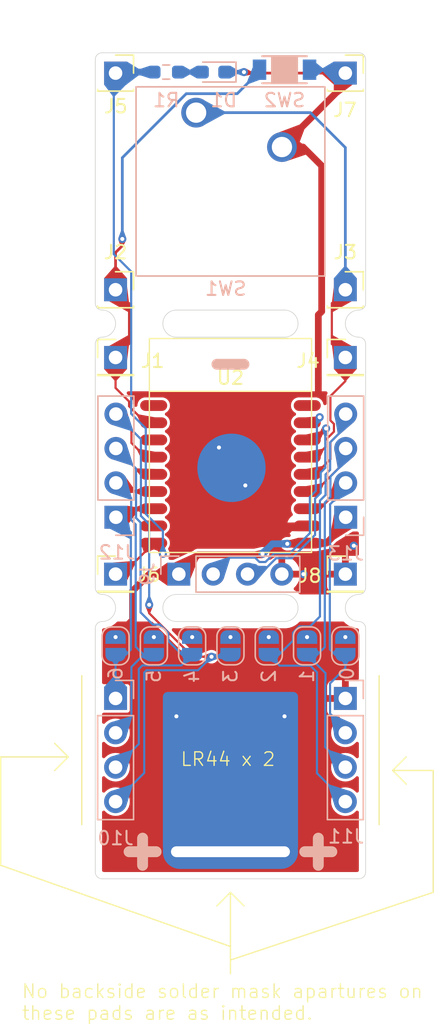
<source format=kicad_pcb>
(kicad_pcb (version 20241010) (generator "pcbnew") (generator_version "8.99")
  (layers (0 "F.Cu" signal) (2 "B.Cu" signal) (13 "F.Paste" user) (15 "B.Paste" user) (5 "F.SilkS" user "F.Silkscreen") (7 "B.SilkS" user "B.Silkscreen") (1 "F.Mask" user) (3 "B.Mask" user) (25 "Edge.Cuts" user))
  (net 0 "")
  (net 1 "GND")
  (net 2 "+3V3")
  (net 3 "/SWDCLK")
  (net 4 "/SWDIO")
  (net 8 "/PAIR")
  (net 9 "/SW")
  (net 10 "Net-(J10-Pin_2)")
  (net 11 "Net-(J10-Pin_1)")
  (net 12 "Net-(J10-Pin_3)")
  (net 13 "Net-(J10-Pin_4)")
  (net 14 "Net-(J11-Pin_4)")
  (net 15 "Net-(J11-Pin_2)")
  (net 16 "Net-(J11-Pin_3)")
  (net 17 "Net-(D1-A)")
  (net 19 "/LED")
  (footprint "Connector_PinSocket_2.54mm:PinSocket_1x01_P2.54mm_Vertical" (layer "F.Cu") (at 106.5 47.5)
    (property "Reference" "J2" (at 0 -2.77 0) (layer "F.SilkS"))
    (property "Value" "Conn_01x02_Socket")
    (pad "1" thru_hole rect (at 0 0) (size 1.7 1.7) (drill 1) (layers "F&B.Cu" "*.Mask") (net 8 "/PAIR"))
  )
  (footprint "Connector_PinHeader_2.54mm:PinHeader_1x01_P2.54mm_Vertical" (layer "F.Cu") (at 106.5 52.5)
    (property "Reference" "J1" (at 2.75 0.25 0) (layer "F.SilkS"))
    (property "Value" "Conn_01x02_Pin")
    (pad "1" thru_hole rect (at 0 0) (size 1.7 1.7) (drill 1) (layers "*.Cu" "*.Mask") (net 8 "/PAIR"))
  )
  (footprint "Connector_PinSocket_2.54mm:PinSocket_1x01_P2.54mm_Vertical" (layer "F.Cu") (at 123.5 47.5)
    (property "Reference" "J3" (at 0 -2.77 0) (layer "F.SilkS"))
    (property "Value" "Conn_01x02_Socket")
    (pad "1" thru_hole rect (at 0 0) (size 1.7 1.7) (drill 1) (layers "F&B.Cu" "*.Mask") (net 9 "/SW"))
  )
  (footprint "components:MS50SFA" (layer "F.Cu") (at 115 59)
    (property "Reference" "U2" (at 0 -5 0) (layer "F.SilkS"))
    (property "Value" "MS50SFA")
    (pad "1" smd oval (at -5.68 -2.95) (size 2 0.8) (layers "F.Cu" "F.Mask" "F.Paste"))
    (pad "2" smd oval (at -5.68 -1.68) (size 2 0.8) (layers "F.Cu" "F.Mask" "F.Paste") (net 8 "/PAIR"))
    (pad "3" smd oval (at -5.68 -0.41) (size 2 0.8) (layers "F.Cu" "F.Mask" "F.Paste"))
    (pad "4" smd oval (at -5.68 0.86) (size 2 0.8) (layers "F.Cu" "F.Mask" "F.Paste") (net 13 "Net-(J10-Pin_4)"))
    (pad "5" smd oval (at -5.68 2.13) (size 2 0.8) (layers "F.Cu" "F.Mask" "F.Paste") (net 12 "Net-(J10-Pin_3)"))
    (pad "6" smd oval (at -5.68 3.4) (size 2 0.8) (layers "F.Cu" "F.Mask" "F.Paste") (net 10 "Net-(J10-Pin_2)"))
    (pad "7" smd oval (at -5.68 4.67) (size 2 0.8) (layers "F.Cu" "F.Mask" "F.Paste") (net 11 "Net-(J10-Pin_1)"))
    (pad "8" smd oval (at -5.68 5.94) (size 2 0.8) (layers "F.Cu" "F.Mask" "F.Paste"))
    (pad "9" smd oval (at -5.68 7.21) (size 2 0.8) (layers "F.Cu" "F.Mask" "F.Paste") (net 19 "/LED"))
    (pad "10" smd oval (at 5.68 7.21) (size 2 0.8) (layers "F.Cu" "F.Mask" "F.Paste") (net 2 "+3V3"))
    (pad "11" smd oval (at 5.68 5.94) (size 2 0.8) (layers "F.Cu" "F.Mask" "F.Paste") (net 1 "GND"))
    (pad "12" smd oval (at 5.68 4.67) (size 2 0.8) (layers "F.Cu" "F.Mask" "F.Paste") (net 15 "Net-(J11-Pin_2)"))
    (pad "13" smd oval (at 5.68 3.4) (size 2 0.8) (layers "F.Cu" "F.Mask" "F.Paste") (net 16 "Net-(J11-Pin_3)"))
    (pad "14" smd oval (at 5.68 2.13) (size 2 0.8) (layers "F.Cu" "F.Mask" "F.Paste") (net 14 "Net-(J11-Pin_4)"))
    (pad "15" smd oval (at 5.68 0.86) (size 2 0.8) (layers "F.Cu" "F.Mask" "F.Paste") (net 9 "/SW"))
    (pad "16" smd oval (at 5.68 -0.41) (size 2 0.8) (layers "F.Cu" "F.Mask" "F.Paste") (net 4 "/SWDIO"))
    (pad "17" smd oval (at 5.68 -1.68) (size 2 0.8) (layers "F.Cu" "F.Mask" "F.Paste") (net 3 "/SWDCLK"))
    (pad "18" smd oval (at 5.68 -2.95) (size 2 0.8) (layers "F.Cu" "F.Mask" "F.Paste"))
  )
  (footprint "Connector_PinSocket_2.54mm:PinSocket_1x01_P2.54mm_Vertical" (layer "F.Cu") (at 123.5 31.5)
    (property "Reference" "J7" (at -0.025 2.725 0) (layer "F.SilkS"))
    (property "Value" "Conn_01x02_Socket")
    (pad "1" thru_hole rect (at 0 0) (size 1.7 1.7) (drill 1) (layers "F&B.Cu" "*.Mask") (net 1 "GND"))
  )
  (footprint "Connector_PinHeader_2.54mm:PinHeader_1x01_P2.54mm_Vertical" (layer "F.Cu") (at 123.5 68.5)
    (property "Reference" "J8" (at -2.625 0.125 0) (layer "F.SilkS"))
    (property "Value" "Conn_01x02_Pin")
    (pad "1" thru_hole rect (at 0 0) (size 1.7 1.7) (drill 1) (layers "*.Cu" "*.Mask") (net 1 "GND"))
  )
  (footprint "Connector_PinSocket_2.54mm:PinSocket_1x01_P2.54mm_Vertical" (layer "F.Cu") (at 106.5 31.5)
    (property "Reference" "J5" (at 0.025 2.45 0) (layer "F.SilkS"))
    (property "Value" "Conn_01x02_Socket")
    (pad "1" thru_hole rect (at 0 0) (size 1.7 1.7) (drill 1) (layers "F&B.Cu" "*.Mask") (net 19 "/LED"))
  )
  (footprint "Connector_PinHeader_2.54mm:PinHeader_1x01_P2.54mm_Vertical" (layer "F.Cu") (at 123.5 52.5)
    (property "Reference" "J4" (at -2.75 0.25 0) (layer "F.SilkS"))
    (property "Value" "Conn_01x02_Pin")
    (pad "1" thru_hole rect (at 0 0) (size 1.7 1.7) (drill 1) (layers "*.Cu" "*.Mask") (net 9 "/SW"))
  )
  (footprint "Connector_PinHeader_2.54mm:PinHeader_1x01_P2.54mm_Vertical" (layer "F.Cu") (at 106.5 68.5)
    (property "Reference" "J6" (at 2.45 0.05 0) (layer "F.SilkS"))
    (property "Value" "Conn_01x02_Pin")
    (pad "1" thru_hole rect (at 0 0) (size 1.7 1.7) (drill 1) (layers "*.Cu" "*.Mask") (net 19 "/LED"))
  )
  (footprint "Jumper:SolderJumper-2_P1.3mm_Open_RoundedPad1.0x1.5mm" (layer "B.Cu") (at 120.666667 73.8 -90)
    (property "Reference" "JP6" (hide yes))
    (property "Value" "1" (at 2.25 0 90) (layer "B.SilkS") (effects (justify mirror)))
    (pad "1" smd custom (at -0.65 0 270) (size 1 0.5) (layers "B.Cu" "B.Mask") (net 2 "+3V3") (options (clearance outline) (anchor rect)) (primitives (gr_circle (center 0 0.25) (end 0.5 0.25) (width 0) (fill yes)) (gr_circle (center 0 -0.25) (end 0.5 -0.25) (width 0) (fill yes)) (gr_poly (pts (xy 0.5 0.75) (xy 0 0.75) (xy 0 -0.75) (xy 0.5 -0.75)) (width 0) (fill yes))))
    (pad "2" smd custom (at 0.65 0 270) (size 1 0.5) (layers "B.Cu" "B.Mask") (net 16 "Net-(J11-Pin_3)") (options (clearance outline) (anchor rect)) (primitives (gr_circle (center 0 0.25) (end 0.5 0.25) (width 0) (fill yes)) (gr_circle (center 0 -0.25) (end 0.5 -0.25) (width 0) (fill yes)) (gr_poly (pts (xy 0 0.75) (xy -0.5 0.75) (xy -0.5 -0.75) (xy 0 -0.75)) (width 0) (fill yes))))
  )
  (footprint "Jumper:SolderJumper-2_P1.3mm_Open_RoundedPad1.0x1.5mm" (layer "B.Cu") (at 109.333333 73.8 -90)
    (property "Reference" "JP2" (hide yes))
    (property "Value" "5" (at 2.25 0 90) (layer "B.SilkS") (effects (justify mirror)))
    (pad "1" smd custom (at -0.65 0 270) (size 1 0.5) (layers "B.Cu" "B.Mask") (net 2 "+3V3") (options (clearance outline) (anchor rect)) (primitives (gr_circle (center 0 0.25) (end 0.5 0.25) (width 0) (fill yes)) (gr_circle (center 0 -0.25) (end 0.5 -0.25) (width 0) (fill yes)) (gr_poly (pts (xy 0.5 0.75) (xy 0 0.75) (xy 0 -0.75) (xy 0.5 -0.75)) (width 0) (fill yes))))
    (pad "2" smd custom (at 0.65 0 270) (size 1 0.5) (layers "B.Cu" "B.Mask") (net 10 "Net-(J10-Pin_2)") (options (clearance outline) (anchor rect)) (primitives (gr_circle (center 0 0.25) (end 0.5 0.25) (width 0) (fill yes)) (gr_circle (center 0 -0.25) (end 0.5 -0.25) (width 0) (fill yes)) (gr_poly (pts (xy 0 0.75) (xy -0.5 0.75) (xy -0.5 -0.75) (xy 0 -0.75)) (width 0) (fill yes))))
  )
  (footprint "LED_SMD:LED_0603_1608Metric_Pad1.05x0.95mm_HandSolder" (layer "B.Cu") (at 113.75 31.425 180)
    (property "Reference" "D1" (at -0.75 -2.075 180) (layer "B.SilkS") (effects (justify mirror)))
    (property "Value" "LED")
    (pad "1" smd roundrect (at -0.875 0 180) (size 1.05 0.95) (layers "B.Cu" "B.Mask" "B.Paste") (net 1 "GND"))
    (pad "2" smd roundrect (at 0.875 0 180) (size 1.05 0.95) (layers "B.Cu" "B.Mask" "B.Paste") (net 17 "Net-(D1-A)"))
  )
  (footprint "Jumper:SolderJumper-2_P1.3mm_Open_RoundedPad1.0x1.5mm" (layer "B.Cu") (at 106.5 73.8 -90)
    (property "Reference" "JP1" (hide yes))
    (property "Value" "6" (at 2.05 0 90) (layer "B.SilkS") (effects (justify mirror)))
    (pad "1" smd custom (at -0.65 0 270) (size 1 0.5) (layers "B.Cu" "B.Mask") (net 2 "+3V3") (options (clearance outline) (anchor rect)) (primitives (gr_circle (center 0 0.25) (end 0.5 0.25) (width 0) (fill yes)) (gr_circle (center 0 -0.25) (end 0.5 -0.25) (width 0) (fill yes)) (gr_poly (pts (xy 0.5 0.75) (xy 0 0.75) (xy 0 -0.75) (xy 0.5 -0.75)) (width 0) (fill yes))))
    (pad "2" smd custom (at 0.65 0 270) (size 1 0.5) (layers "B.Cu" "B.Mask") (net 11 "Net-(J10-Pin_1)") (options (clearance outline) (anchor rect)) (primitives (gr_circle (center 0 0.25) (end 0.5 0.25) (width 0) (fill yes)) (gr_circle (center 0 -0.25) (end 0.5 -0.25) (width 0) (fill yes)) (gr_poly (pts (xy 0 0.75) (xy -0.5 0.75) (xy -0.5 -0.75) (xy 0 -0.75)) (width 0) (fill yes))))
  )
  (footprint "Jumper:SolderJumper-2_P1.3mm_Open_RoundedPad1.0x1.5mm" (layer "B.Cu") (at 117.833333 73.8 -90)
    (property "Reference" "JP5" (hide yes))
    (property "Value" "2" (at 2.25 0 90) (layer "B.SilkS") (effects (justify mirror)))
    (pad "1" smd custom (at -0.65 0 270) (size 1 0.5) (layers "B.Cu" "B.Mask") (net 2 "+3V3") (options (clearance outline) (anchor rect)) (primitives (gr_circle (center 0 0.25) (end 0.5 0.25) (width 0) (fill yes)) (gr_circle (center 0 -0.25) (end 0.5 -0.25) (width 0) (fill yes)) (gr_poly (pts (xy 0.5 0.75) (xy 0 0.75) (xy 0 -0.75) (xy 0.5 -0.75)) (width 0) (fill yes))))
    (pad "2" smd custom (at 0.65 0 270) (size 1 0.5) (layers "B.Cu" "B.Mask") (net 14 "Net-(J11-Pin_4)") (options (clearance outline) (anchor rect)) (primitives (gr_circle (center 0 0.25) (end 0.5 0.25) (width 0) (fill yes)) (gr_circle (center 0 -0.25) (end 0.5 -0.25) (width 0) (fill yes)) (gr_poly (pts (xy 0 0.75) (xy -0.5 0.75) (xy -0.5 -0.75) (xy 0 -0.75)) (width 0) (fill yes))))
  )
  (footprint "Button_Switch_Keyboard:SW_Cherry_MX_1.00u_PCB" (layer "B.Cu") (at 112.46 34.42 180)
    (property "Reference" "SW1" (at -2.19 -13.005 0) (layer "B.SilkS") (effects (justify mirror)))
    (property "Value" "Key")
    (pad "" np_thru_hole circle (at -7.62 -5.08 180) (size 1.7 1.7) (drill 1.7) (layers "F&B.Cu" "*.Mask"))
    (pad "" np_thru_hole circle (at -2.54 -5.08 180) (size 4 4) (drill 4) (layers "F&B.Cu" "*.Mask"))
    (pad "" np_thru_hole circle (at 2.54 -5.08 180) (size 1.7 1.7) (drill 1.7) (layers "F&B.Cu" "*.Mask"))
    (pad "1" thru_hole circle (at 0 0 180) (size 2.2 2.2) (drill 1.5) (layers "F&B.Cu" "*.Mask") (net 9 "/SW"))
    (pad "2" thru_hole circle (at -6.35 -2.54 180) (size 2.2 2.2) (drill 1.5) (layers "F&B.Cu" "*.Mask") (net 1 "GND"))
  )
  (footprint "Jumper:SolderJumper-2_P1.3mm_Open_RoundedPad1.0x1.5mm" (layer "B.Cu") (at 112.166667 73.8 -90)
    (property "Reference" "JP3" (hide yes))
    (property "Value" "4" (at 2.25 0 90) (layer "B.SilkS") (effects (justify mirror)))
    (pad "1" smd custom (at -0.65 0 270) (size 1 0.5) (layers "B.Cu" "B.Mask") (net 2 "+3V3") (options (clearance outline) (anchor rect)) (primitives (gr_circle (center 0 0.25) (end 0.5 0.25) (width 0) (fill yes)) (gr_circle (center 0 -0.25) (end 0.5 -0.25) (width 0) (fill yes)) (gr_poly (pts (xy 0.5 0.75) (xy 0 0.75) (xy 0 -0.75) (xy 0.5 -0.75)) (width 0) (fill yes))))
    (pad "2" smd custom (at 0.65 0 270) (size 1 0.5) (layers "B.Cu" "B.Mask") (net 12 "Net-(J10-Pin_3)") (options (clearance outline) (anchor rect)) (primitives (gr_circle (center 0 0.25) (end 0.5 0.25) (width 0) (fill yes)) (gr_circle (center 0 -0.25) (end 0.5 -0.25) (width 0) (fill yes)) (gr_poly (pts (xy 0 0.75) (xy -0.5 0.75) (xy -0.5 -0.75) (xy 0 -0.75)) (width 0) (fill yes))))
  )
  (footprint "Connector_PinHeader_2.54mm:PinHeader_1x04_P2.54mm_Vertical" (layer "B.Cu") (at 111.18 68.5 -90)
    (property "Reference" "J9" (at 0 2.33 90) (layer "B.SilkS") (effects (justify mirror)))
    (property "Value" "Conn_01x04_Pin")
    (pad "1" thru_hole rect (at 0 0 270) (size 1.7 1.7) (drill 1) (layers "F&B.Cu" "*.Mask") (net 2 "+3V3"))
    (pad "2" thru_hole oval (at 0 -2.54 270) (size 1.7 1.7) (drill 1) (layers "F&B.Cu" "*.Mask") (net 3 "/SWDCLK"))
    (pad "3" thru_hole oval (at 0 -5.08 270) (size 1.7 1.7) (drill 1) (layers "F&B.Cu" "*.Mask") (net 4 "/SWDIO"))
    (pad "4" thru_hole oval (at 0 -7.62 270) (size 1.7 1.7) (drill 1) (layers "F&B.Cu" "*.Mask") (net 1 "GND"))
  )
  (footprint "Resistor_SMD:R_0603_1608Metric_Pad0.98x0.95mm_HandSolder" (layer "B.Cu") (at 110.25 31.425)
    (property "Reference" "R1" (at 0 2.075 180) (layer "B.SilkS") (effects (justify mirror)))
    (property "Value" "1k")
    (pad "1" smd roundrect (at -0.9125 0) (size 0.975 0.95) (layers "B.Cu" "B.Mask" "B.Paste") (net 19 "/LED"))
    (pad "2" smd roundrect (at 0.9125 0) (size 0.975 0.95) (layers "B.Cu" "B.Mask" "B.Paste") (net 17 "Net-(D1-A)"))
  )
  (footprint "Connector_PinHeader_2.54mm:PinHeader_1x04_P2.54mm_Vertical" (layer "B.Cu") (at 106.5 77.68 180)
    (property "Reference" "J10" (at 0 -10.32 180) (layer "B.SilkS") (effects (justify mirror)))
    (property "Value" "Conn_01x04_Pin")
    (pad "1" thru_hole rect (at 0 0 180) (size 1.7 1.7) (drill 1) (layers "F&B.Cu" "B.Mask") (net 11 "Net-(J10-Pin_1)"))
    (pad "2" thru_hole oval (at 0 -2.54 180) (size 1.7 1.7) (drill 1) (layers "F&B.Cu" "B.Mask") (net 10 "Net-(J10-Pin_2)"))
    (pad "3" thru_hole oval (at 0 -5.08 180) (size 1.7 1.7) (drill 1) (layers "F&B.Cu" "B.Mask") (net 12 "Net-(J10-Pin_3)"))
    (pad "4" thru_hole oval (at 0 -7.62 180) (size 1.7 1.7) (drill 1) (layers "F&B.Cu" "B.Mask") (net 13 "Net-(J10-Pin_4)"))
  )
  (footprint "Connector_PinSocket_2.54mm:PinSocket_1x04_P2.54mm_Vertical" (layer "B.Cu") (at 123.525 64.3)
    (property "Reference" "J13" (at 0 2.675 180) (layer "B.SilkS") (effects (justify mirror)))
    (property "Value" "Conn_01x04_Pin")
    (pad "1" thru_hole rect (at 0 0) (size 1.7 1.7) (drill 1) (layers "F&B.Cu" "*.Mask") (net 2 "+3V3"))
    (pad "2" thru_hole oval (at 0 -2.54) (size 1.7 1.7) (drill 1) (layers "F&B.Cu" "*.Mask") (net 15 "Net-(J11-Pin_2)"))
    (pad "3" thru_hole oval (at 0 -5.08) (size 1.7 1.7) (drill 1) (layers "F&B.Cu" "*.Mask") (net 16 "Net-(J11-Pin_3)"))
    (pad "4" thru_hole oval (at 0 -7.62) (size 1.7 1.7) (drill 1) (layers "F&B.Cu" "*.Mask") (net 14 "Net-(J11-Pin_4)"))
  )
  (footprint "Jumper:SolderJumper-2_P1.3mm_Open_RoundedPad1.0x1.5mm" (layer "B.Cu") (at 123.5 73.8 -90)
    (property "Reference" "JP7" (hide yes))
    (property "Value" "0" (at 2.05 -0.125 90) (layer "B.SilkS") (effects (justify mirror)))
    (pad "1" smd custom (at -0.65 0 270) (size 1 0.5) (layers "B.Cu" "B.Mask") (net 2 "+3V3") (options (clearance outline) (anchor rect)) (primitives (gr_circle (center 0 0.25) (end 0.5 0.25) (width 0) (fill yes)) (gr_circle (center 0 -0.25) (end 0.5 -0.25) (width 0) (fill yes)) (gr_poly (pts (xy 0.5 0.75) (xy 0 0.75) (xy 0 -0.75) (xy 0.5 -0.75)) (width 0) (fill yes))))
    (pad "2" smd custom (at 0.65 0 270) (size 1 0.5) (layers "B.Cu" "B.Mask") (net 15 "Net-(J11-Pin_2)") (options (clearance outline) (anchor rect)) (primitives (gr_circle (center 0 0.25) (end 0.5 0.25) (width 0) (fill yes)) (gr_circle (center 0 -0.25) (end 0.5 -0.25) (width 0) (fill yes)) (gr_poly (pts (xy 0 0.75) (xy -0.5 0.75) (xy -0.5 -0.75) (xy 0 -0.75)) (width 0) (fill yes))))
  )
  (footprint "Jumper:SolderJumper-2_P1.3mm_Open_RoundedPad1.0x1.5mm" (layer "B.Cu") (at 115 73.8 -90)
    (property "Reference" "JP4" (hide yes))
    (property "Value" "3" (at 2.25 0 90) (layer "B.SilkS") (effects (justify mirror)))
    (pad "1" smd custom (at -0.65 0 270) (size 1 0.5) (layers "B.Cu" "B.Mask") (net 2 "+3V3") (options (clearance outline) (anchor rect)) (primitives (gr_circle (center 0 0.25) (end 0.5 0.25) (width 0) (fill yes)) (gr_circle (center 0 -0.25) (end 0.5 -0.25) (width 0) (fill yes)) (gr_poly (pts (xy 0.5 0.75) (xy 0 0.75) (xy 0 -0.75) (xy 0.5 -0.75)) (width 0) (fill yes))))
    (pad "2" smd custom (at 0.65 0 270) (size 1 0.5) (layers "B.Cu" "B.Mask") (net 13 "Net-(J10-Pin_4)") (options (clearance outline) (anchor rect)) (primitives (gr_circle (center 0 0.25) (end 0.5 0.25) (width 0) (fill yes)) (gr_circle (center 0 -0.25) (end 0.5 -0.25) (width 0) (fill yes)) (gr_poly (pts (xy 0 0.75) (xy -0.5 0.75) (xy -0.5 -0.75) (xy 0 -0.75)) (width 0) (fill yes))))
  )
  (footprint "Connector_PinHeader_2.54mm:PinHeader_1x04_P2.54mm_Vertical" (layer "B.Cu") (at 123.5 77.68 180)
    (property "Reference" "J11" (at -0.05 -10.195 180) (layer "B.SilkS") (effects (justify mirror)))
    (property "Value" "Conn_01x04_Pin")
    (pad "1" thru_hole rect (at 0 0 180) (size 1.7 1.7) (drill 1) (layers "F&B.Cu" "B.Mask") (net 2 "+3V3"))
    (pad "2" thru_hole oval (at 0 -2.54 180) (size 1.7 1.7) (drill 1) (layers "F&B.Cu" "B.Mask") (net 15 "Net-(J11-Pin_2)"))
    (pad "3" thru_hole oval (at 0 -5.08 180) (size 1.7 1.7) (drill 1) (layers "F&B.Cu" "B.Mask") (net 16 "Net-(J11-Pin_3)"))
    (pad "4" thru_hole oval (at 0 -7.62 180) (size 1.7 1.7) (drill 1) (layers "F&B.Cu" "B.Mask") (net 14 "Net-(J11-Pin_4)"))
  )
  (footprint "components:finger_hole_8.0x0.8" (layer "B.Cu") (at 115 89)
    (property "Reference" "H1" (hide yes))
    (property "Value" "MountingHole_Pad")
    (pad "1" smd roundrect (at 0 -5.9) (size 10 11.8) (layers "B.Cu" "B.Mask") (roundrect_rratio 0.03586800574) (net 2 "+3V3"))
    (pad "1" thru_hole oval (at 0 0) (size 10 2.54) (drill oval 8.8 0.8) (layers "F&B.Cu" "B.Mask") (net 2 "+3V3"))
  )
  (footprint "Connector_PinSocket_2.54mm:PinSocket_1x04_P2.54mm_Vertical" (layer "B.Cu") (at 106.525 64.3)
    (property "Reference" "J12" (at 0.075 2.6 180) (layer "B.SilkS") (effects (justify mirror)))
    (property "Value" "Conn_01x04_Pin")
    (pad "1" thru_hole rect (at 0 0) (size 1.7 1.7) (drill 1) (layers "F&B.Cu" "*.Mask") (net 11 "Net-(J10-Pin_1)"))
    (pad "2" thru_hole oval (at 0 -2.54) (size 1.7 1.7) (drill 1) (layers "F&B.Cu" "*.Mask") (net 10 "Net-(J10-Pin_2)"))
    (pad "3" thru_hole oval (at 0 -5.08) (size 1.7 1.7) (drill 1) (layers "F&B.Cu" "*.Mask") (net 12 "Net-(J10-Pin_3)"))
    (pad "4" thru_hole oval (at 0 -7.62) (size 1.7 1.7) (drill 1) (layers "F&B.Cu" "*.Mask") (net 13 "Net-(J10-Pin_4)"))
  )
  (footprint "components:TACT_SW_SMD_Panasonic-EVPAWBD2A" (layer "B.Cu") (at 119 31.25 180)
    (property "Reference" "SW2" (at 0 -2.25 0) (layer "B.SilkS") (effects (justify mirror)))
    (property "Value" "Pair")
    (pad "1" smd rect (at 1.85 0 180) (size 1 1.5) (layers "B.Cu" "B.Mask" "B.Paste") (net 8 "/PAIR"))
    (pad "2" smd rect (at -1.85 0 180) (size 1 1.5) (layers "B.Cu" "B.Mask" "B.Paste") (net 1 "GND"))
  )
  (gr_circle (center 115.075 60.65) (end 117.500129 60.65) (stroke (width 0.2)) (fill solid) (layer "B.Cu") (net 1))
  (gr_line (start 130 92) (end 130 83) (stroke (width 0.1)) (layer "F.SilkS"))
  (gr_line (start 104 76) (end 104 87) (stroke (width 0.1)) (layer "F.SilkS"))
  (gr_line (start 98 90) (end 98 82) (stroke (width 0.1)) (layer "F.SilkS"))
  (gr_line (start 115 97) (end 130 92) (stroke (width 0.1)) (layer "F.SilkS"))
  (gr_line (start 107.5 89) (end 109.5 89) (stroke (width 0.8)) (layer "F.SilkS"))
  (gr_line (start 103 82) (end 102 81) (stroke (width 0.1)) (layer "F.SilkS"))
  (gr_line (start 108.5 88) (end 108.5 90) (stroke (width 0.8)) (layer "F.SilkS"))
  (gr_line (start 115 96) (end 98 90) (stroke (width 0.1)) (layer "F.SilkS"))
  (gr_line (start 121.5 88) (end 121.5 90) (stroke (width 0.8)) (layer "F.SilkS"))
  (gr_line (start 115 92) (end 115 98) (stroke (width 0.1)) (layer "F.SilkS"))
  (gr_line (start 127 83) (end 128 82) (stroke (width 0.1)) (layer "F.SilkS"))
  (gr_line (start 98 82) (end 103 82) (stroke (width 0.1)) (layer "F.SilkS"))
  (gr_line (start 114 93) (end 115 92) (stroke (width 0.1)) (layer "F.SilkS"))
  (gr_line (start 103 82) (end 102 83) (stroke (width 0.1)) (layer "F.SilkS"))
  (gr_line (start 130 83) (end 127 83) (stroke (width 0.1)) (layer "F.SilkS"))
  (gr_line (start 127 83) (end 128 84) (stroke (width 0.1)) (layer "F.SilkS"))
  (gr_line (start 126 76) (end 126 87) (stroke (width 0.1)) (layer "F.SilkS"))
  (gr_line (start 115 92) (end 116 93) (stroke (width 0.1)) (layer "F.SilkS"))
  (gr_line (start 120.5 89) (end 122.5 89) (stroke (width 0.8)) (layer "F.SilkS"))
  (gr_line (start 107.5 89) (end 109.5 89) (stroke (width 0.8)) (layer "B.SilkS"))
  (gr_line (start 114 53) (end 116 53) (stroke (width 0.8)) (layer "B.SilkS"))
  (gr_line (start 120.5 89) (end 122.5 89) (stroke (width 0.8)) (layer "B.SilkS"))
  (gr_line (start 108.5 90) (end 108.5 88) (stroke (width 0.8)) (layer "B.SilkS"))
  (gr_line (start 121.5 90) (end 121.5 88) (stroke (width 0.8)) (layer "B.SilkS"))
  (gr_arc (start 105.5 91) (mid 105.146447 90.853553) (end 105 90.5) (stroke (width 0.05)) (layer "Edge.Cuts"))
  (gr_line (start 105.5 91) (end 124.5 91) (stroke (width 0.05)) (layer "Edge.Cuts"))
  (gr_arc (start 105 51.5) (mid 105.146447 51.146447) (end 105.5 51) (stroke (width 0.05)) (layer "Edge.Cuts"))
  (gr_arc (start 119 49) (mid 120 50) (end 119 51) (stroke (width 0.05)) (layer "Edge.Cuts"))
  (gr_line (start 125 48.5) (end 125 30.5) (stroke (width 0.05)) (layer "Edge.Cuts"))
  (gr_arc (start 124.5 51) (mid 123.5 50) (end 124.5 49) (stroke (width 0.05)) (layer "Edge.Cuts"))
  (gr_line (start 105 30.5) (end 105 48.5) (stroke (width 0.05)) (layer "Edge.Cuts"))
  (gr_line (start 119 70) (end 111 70) (stroke (width 0.05)) (layer "Edge.Cuts"))
  (gr_arc (start 105 30.5) (mid 105.146447 30.146447) (end 105.5 30) (stroke (width 0.05)) (layer "Edge.Cuts"))
  (gr_arc (start 111 51) (mid 110 50) (end 111 49) (stroke (width 0.05)) (layer "Edge.Cuts"))
  (gr_line (start 119 72) (end 111 72) (stroke (width 0.05)) (layer "Edge.Cuts"))
  (gr_line (start 125 51.5) (end 125 69.5) (stroke (width 0.05)) (layer "Edge.Cuts"))
  (gr_line (start 119 49) (end 111 49) (stroke (width 0.05)) (layer "Edge.Cuts"))
  (gr_line (start 111 51) (end 119 51) (stroke (width 0.05)) (layer "Edge.Cuts"))
  (gr_arc (start 125 48.5) (mid 124.853553 48.853553) (end 124.5 49) (stroke (width 0.05)) (layer "Edge.Cuts"))
  (gr_arc (start 105.5 49) (mid 106.5 50) (end 105.5 51) (stroke (width 0.05)) (layer "Edge.Cuts"))
  (gr_arc (start 105.5 49) (mid 105.146447 48.853553) (end 105 48.5) (stroke (width 0.05)) (layer "Edge.Cuts"))
  (gr_line (start 105 69.5) (end 105 51.5) (stroke (width 0.05)) (layer "Edge.Cuts"))
  (gr_arc (start 125 69.5) (mid 124.853553 69.853553) (end 124.5 70) (stroke (width 0.05)) (layer "Edge.Cuts"))
  (gr_line (start 125 90.5) (end 125 72.5) (stroke (width 0.05)) (layer "Edge.Cuts"))
  (gr_arc (start 119 70) (mid 120 71) (end 119 72) (stroke (width 0.05)) (layer "Edge.Cuts"))
  (gr_arc (start 124.5 72) (mid 123.5 71) (end 124.5 70) (stroke (width 0.05)) (layer "Edge.Cuts"))
  (gr_arc (start 105.5 70) (mid 106.5 71) (end 105.5 72) (stroke (width 0.05)) (layer "Edge.Cuts"))
  (gr_arc (start 124.5 72) (mid 124.853553 72.146447) (end 125 72.5) (stroke (width 0.05)) (layer "Edge.Cuts"))
  (gr_line (start 105 72.5) (end 105 90.5) (stroke (width 0.05)) (layer "Edge.Cuts"))
  (gr_arc (start 111 72) (mid 110 71) (end 111 70) (stroke (width 0.05)) (layer "Edge.Cuts"))
  (gr_arc (start 105 72.5) (mid 105.146447 72.146447) (end 105.5 72) (stroke (width 0.05)) (layer "Edge.Cuts"))
  (gr_arc (start 105.5 70) (mid 105.146447 69.853553) (end 105 69.5) (stroke (width 0.05)) (layer "Edge.Cuts"))
  (gr_arc (start 125 90.5) (mid 124.853553 90.853553) (end 124.5 91) (stroke (width 0.05)) (layer "Edge.Cuts"))
  (gr_line (start 124.5 30) (end 105.5 30) (stroke (width 0.05)) (layer "Edge.Cuts"))
  (gr_arc (start 124.5 51) (mid 124.853553 51.146447) (end 125 51.5) (stroke (width 0.05)) (layer "Edge.Cuts"))
  (gr_arc (start 124.5 30) (mid 124.853553 30.146447) (end 125 30.5) (stroke (width 0.05)) (layer "Edge.Cuts"))
  (gr_text "No backside solder mask apartures on\nthese pads are as intended." (at 99.5 101.5 0) (layer "F.SilkS") (effects (font (size 1 1) (thickness 0.1)) (justify left bottom)))
  (gr_text "LR44 x 2" (at 111.25 82.75 0) (layer "F.SilkS") (effects (font (size 1 1) (thickness 0.1)) (justify left bottom)))
  (segment (start 118.81 36.96) (end 120.365634 36.96) (width 0.5) (layer "F.Cu") (net 1))
  (segment (start 123.5 32.27) (end 123.5 31.5) (width 0.5) (layer "F.Cu") (net 1))
  (segment (start 121.75 38.344366) (end 121.75 49.103554) (width 0.5) (layer "F.Cu") (net 1))
  (segment (start 121.5 54) (end 121.5 55.2) (width 0.5) (layer "F.Cu") (net 1))
  (segment (start 119.584743 64.94) (end 119.108225 65.416518) (width 0.5) (layer "F.Cu") (net 1))
  (segment (start 123.5 31.5) (end 116.075 31.5) (width 0.2) (layer "F.Cu") (net 1))
  (segment (start 118.81 36.96) (end 123.5 32.27) (width 0.5) (layer "F.Cu") (net 1))
  (segment (start 121.75 49.103554) (end 121.5 49.353554) (width 0.5) (layer "F.Cu") (net 1))
  (segment (start 120.365634 36.96) (end 121.75 38.344366) (width 0.5) (layer "F.Cu") (net 1))
  (segment (start 121.5 49.353554) (end 121.5 54) (width 0.5) (layer "F.Cu") (net 1))
  (segment (start 121.5 54) (end 121.5 54.5) (width 0.5) (layer "F.Cu") (net 1))
  (segment (start 120.68 64.94) (end 119.584743 64.94) (width 0.5) (layer "F.Cu") (net 1))
  (segment (start 116.075 31.5) (end 116 31.425) (width 0.2) (layer "F.Cu") (net 1))
  (via (at 114.15 59.15) (size 0.6) (drill 0.3) (layers "F.Cu" "B.Cu") (net 1))
  (via (at 120.4 68.5) (size 0.6) (drill 0.3) (layers "F.Cu" "B.Cu") (net 1))
  (via (at 116.1 61.95) (size 0.6) (drill 0.3) (layers "F.Cu" "B.Cu") (net 1))
  (via (at 116 31.425) (size 0.6) (drill 0.3) (layers "F.Cu" "B.Cu") (net 1))
  (via (at 124.125 66.4) (size 0.6) (drill 0.3) (layers "F.Cu" "B.Cu") (net 1))
  (segment (start 120.85 31.25) (end 123.25 31.25) (width 0.2) (layer "B.Cu") (net 1))
  (segment (start 123.425 31.425) (end 123.5 31.5) (width 0.5) (layer "B.Cu") (net 1))
  (segment (start 114.625 31.425) (end 116 31.425) (width 0.2) (layer "B.Cu") (net 1))
  (segment (start 123.25 31.25) (end 123.5 31.5) (width 0.2) (layer "B.Cu") (net 1))
  (segment (start 107.759315 69.740685) (end 107.759315 71.890685) (width 0.5) (layer "F.Cu") (net 2))
  (segment (start 117.297578 67.075) (end 112.605 67.075) (width 0.5) (layer "F.Cu") (net 2))
  (segment (start 111.18 68.5) (end 109 68.5) (width 0.5) (layer "F.Cu") (net 2))
  (segment (start 107.759315 71.890685) (end 106.5 73.15) (width 0.5) (layer "F.Cu") (net 2))
  (segment (start 109 68.5) (end 107.759315 69.740685) (width 0.5) (layer "F.Cu") (net 2))
  (segment (start 123.525 64.3) (end 123.525 64.785) (width 0.5) (layer "F.Cu") (net 2))
  (segment (start 120.68 66.21) (end 122.1 66.21) (width 0.5) (layer "F.Cu") (net 2))
  (segment (start 120.628985 66.261015) (end 119.204809 66.261015) (width 0.5) (layer "F.Cu") (net 2))
  (segment (start 117.373789 66.998789) (end 117.297578 67.075) (width 0.5) (layer "F.Cu") (net 2))
  (segment (start 112.605 67.075) (end 111.18 68.5) (width 0.5) (layer "F.Cu") (net 2))
  (segment (start 123.525 64.785) (end 122.1 66.21) (width 0.5) (layer "F.Cu") (net 2))
  (segment (start 120.68 66.21) (end 120.628985 66.261015) (width 0.5) (layer "F.Cu") (net 2))
  (via (at 111 79) (size 0.6) (drill 0.3) (layers "F.Cu" "B.Cu") (net 2))
  (via (at 109.333333 73.15) (size 0.6) (drill 0.3) (layers "F.Cu" "B.Cu") (net 2))
  (via (at 117.373789 66.998789) (size 0.6) (drill 0.3) (layers "F.Cu" "B.Cu") (net 2))
  (via (at 119 79) (size 0.6) (drill 0.3) (layers "F.Cu" "B.Cu") (net 2))
  (via (at 119.204809 66.261015) (size 0.6) (drill 0.3) (layers "F.Cu" "B.Cu") (net 2))
  (via (at 112.166667 73.15) (size 0.6) (drill 0.3) (layers "F.Cu" "B.Cu") (net 2))
  (via (at 120.666667 73.15) (size 0.6) (drill 0.3) (layers "F.Cu" "B.Cu") (net 2))
  (via (at 115 73.15) (size 0.6) (drill 0.3) (layers "F.Cu" "B.Cu") (net 2))
  (via (at 117.833333 73.15) (size 0.6) (drill 0.3) (layers "F.Cu" "B.Cu") (net 2))
  (via (at 106.5 73.15) (size 0.6) (drill 0.3) (layers "F.Cu" "B.Cu") (net 2))
  (via (at 123.5 73.15) (size 0.6) (drill 0.3) (layers "F.Cu" "B.Cu") (net 2))
  (segment (start 118.111563 66.261015) (end 119.204809 66.261015) (width 0.5) (layer "B.Cu") (net 2))
  (segment (start 117.373789 66.998789) (end 118.111563 66.261015) (width 0.5) (layer "B.Cu") (net 2))
  (segment (start 121.19276 57.32) (end 120.68 57.32) (width 0.2) (layer "F.Cu") (net 3))
  (segment (start 121.6 56.91276) (end 121.19276 57.32) (width 0.2) (layer "F.Cu") (net 3))
  (via (at 121.6 56.91276) (size 0.6) (drill 0.3) (layers "F.Cu" "B.Cu") (net 3))
  (segment (start 120.875 65.479045) (end 119.389045 66.965) (width 0.16) (layer "B.Cu") (net 3))
  (segment (start 117.587822 67.605) (end 117.144831 67.605) (width 0.16) (layer "B.Cu") (net 3))
  (segment (start 119.389045 66.965) (end 118.227821 66.965) (width 0.16) (layer "B.Cu") (net 3))
  (segment (start 114.941815 67.278185) (end 113.72 68.5) (width 0.16) (layer "B.Cu") (net 3))
  (segment (start 121.395 57.11776) (end 121.395 60.764587) (width 0.16) (layer "B.Cu") (net 3))
  (segment (start 116.818016 67.278185) (end 114.941815 67.278185) (width 0.16) (layer "B.Cu") (net 3))
  (segment (start 121.315 60.844588) (end 121.315 62.36) (width 0.16) (layer "B.Cu") (net 3))
  (segment (start 120.875 62.8) (end 120.875 65.479045) (width 0.16) (layer "B.Cu") (net 3))
  (segment (start 121.315 62.36) (end 120.875 62.8) (width 0.16) (layer "B.Cu") (net 3))
  (segment (start 117.144831 67.605) (end 116.818016 67.278185) (width 0.16) (layer "B.Cu") (net 3))
  (segment (start 118.227821 66.965) (end 117.587822 67.605) (width 0.16) (layer "B.Cu") (net 3))
  (segment (start 121.6 56.91276) (end 121.395 57.11776) (width 0.16) (layer "B.Cu") (net 3))
  (segment (start 121.395 60.764587) (end 121.315 60.844588) (width 0.16) (layer "B.Cu") (net 3))
  (segment (start 122.075265 57.741372) (end 121.226637 58.59) (width 0.2) (layer "F.Cu") (net 4))
  (segment (start 121.226637 58.59) (end 120.68 58.59) (width 0.2) (layer "F.Cu") (net 4))
  (via (at 122.075265 57.741372) (size 0.6) (drill 0.3) (layers "F.Cu" "B.Cu") (net 4))
  (segment (start 121.675 62.509117) (end 121.259412 62.924704) (width 0.16) (layer "B.Cu") (net 4))
  (segment (start 122.015 57.801637) (end 122.015 60.653704) (width 0.16) (layer "B.Cu") (net 4))
  (segment (start 118.376938 67.325) (end 117.201938 68.5) (width 0.16) (layer "B.Cu") (net 4))
  (segment (start 121.259412 65.60375) (end 119.538162 67.325) (width 0.16) (layer "B.Cu") (net 4))
  (segment (start 122.075265 57.741372) (end 122.015 57.801637) (width 0.16) (layer "B.Cu") (net 4))
  (segment (start 117.201938 68.5) (end 116.26 68.5) (width 0.16) (layer "B.Cu") (net 4))
  (segment (start 122.015 60.653704) (end 121.675 60.993704) (width 0.16) (layer "B.Cu") (net 4))
  (segment (start 121.259412 62.924704) (end 121.259412 65.60375) (width 0.16) (layer "B.Cu") (net 4))
  (segment (start 119.538162 67.325) (end 118.376938 67.325) (width 0.16) (layer "B.Cu") (net 4))
  (segment (start 121.675 60.993704) (end 121.675 62.509117) (width 0.16) (layer "B.Cu") (net 4))
  (segment (start 107.5 51.5) (end 107.5 48.5) (width 0.16) (layer "F.Cu") (net 8))
  (segment (start 106.5 52.5) (end 107.5 51.5) (width 0.16) (layer "F.Cu") (net 8))
  (segment (start 109.32 57.32) (end 108.72 57.32) (width 0.16) (layer "F.Cu") (net 8))
  (segment (start 107 44.25) (end 106.5 44.75) (width 0.2) (layer "F.Cu") (net 8))
  (segment (start 106.5 54.75) (end 106.5 52.5) (width 0.16) (layer "F.Cu") (net 8))
  (segment (start 106.5 47.5) (end 106.875 47.875) (width 0.5) (layer "F.Cu") (net 8))
  (segment (start 106.5 44.75) (end 106.5 47.5) (width 0.2) (layer "F.Cu") (net 8))
  (segment (start 107 43.75) (end 107 44.25) (width 0.2) (layer "F.Cu") (net 8))
  (segment (start 108.72 57.32) (end 107.5 56.1) (width 0.16) (layer "F.Cu") (net 8))
  (segment (start 107.5 48.5) (end 106.5 47.5) (width 0.16) (layer "F.Cu") (net 8))
  (segment (start 106.5 52.5) (end 106.875 52.125) (width 0.5) (layer "F.Cu") (net 8))
  (segment (start 107.5 55.75) (end 106.5 54.75) (width 0.16) (layer "F.Cu") (net 8))
  (segment (start 107.5 56.1) (end 107.5 55.75) (width 0.16) (layer "F.Cu") (net 8))
  (via (at 107 43.75) (size 0.6) (drill 0.3) (layers "F.Cu" "B.Cu") (net 8))
  (segment (start 107 37.75) (end 107 43.75) (width 0.2) (layer "B.Cu") (net 8))
  (segment (start 115.5 33.02) (end 111.73 33.02) (width 0.2) (layer "B.Cu") (net 8))
  (segment (start 117.15 31.25) (end 117.15 31.37) (width 0.2) (layer "B.Cu") (net 8))
  (segment (start 111.73 33.02) (end 107 37.75) (width 0.2) (layer "B.Cu") (net 8))
  (segment (start 117.15 31.37) (end 115.5 33.02) (width 0.2) (layer "B.Cu") (net 8))
  (segment (start 122.5 48.5) (end 123.5 47.5) (width 0.16) (layer "F.Cu") (net 9))
  (segment (start 122.025 58.611881) (end 122.655265 57.981616) (width 0.16) (layer "F.Cu") (net 9))
  (segment (start 121.28 59.86) (end 122.025 59.115) (width 0.16) (layer "F.Cu") (net 9))
  (segment (start 123.5 52.5) (end 122.5 51.5) (width 0.16) (layer "F.Cu") (net 9))
  (segment (start 120.68 59.86) (end 121.28 59.86) (width 0.16) (layer "F.Cu") (net 9))
  (segment (start 123.5 54.249533) (end 123.5 52.5) (width 0.16) (layer "F.Cu") (net 9))
  (segment (start 122.025 59.115) (end 122.025 58.611881) (width 0.16) (layer "F.Cu") (net 9))
  (segment (start 122.395 57.148062) (end 122.395 55.354533) (width 0.16) (layer "F.Cu") (net 9))
  (segment (start 122.655265 57.408327) (end 122.395 57.148062) (width 0.16) (layer "F.Cu") (net 9))
  (segment (start 122.5 51.5) (end 122.5 48.5) (width 0.16) (layer "F.Cu") (net 9))
  (segment (start 122.395 55.354533) (end 123.5 54.249533) (width 0.16) (layer "F.Cu") (net 9))
  (segment (start 122.655265 57.981616) (end 122.655265 57.408327) (width 0.16) (layer "F.Cu") (net 9))
  (segment (start 112.46 34.42) (end 120.92 34.42) (width 0.2) (layer "B.Cu") (net 9))
  (segment (start 120.92 34.42) (end 123.5 37) (width 0.2) (layer "B.Cu") (net 9))
  (segment (start 123.5 37) (end 123.5 47.5) (width 0.2) (layer "B.Cu") (net 9))
  (segment (start 109.32 62.4) (end 107.165 62.4) (width 0.16) (layer "F.Cu") (net 10))
  (segment (start 107.165 62.4) (end 106.525 61.76) (width 0.16) (layer "F.Cu") (net 10))
  (segment (start 109.333333 74.45) (end 108.578332 74.45) (width 0.16) (layer "B.Cu") (net 10))
  (segment (start 108.176666 74.048334) (end 108.578333 74.45) (width 0.16) (layer "B.Cu") (net 10))
  (segment (start 107.99 73.861668) (end 108.176666 74.048334) (width 0.16) (layer "B.Cu") (net 10))
  (segment (start 108.176666 74.048334) (end 108.301666 74.173334) (width 0.16) (layer "B.Cu") (net 10))
  (segment (start 108.301666 74.173334) (end 108.578333 74.45) (width 0.16) (layer "B.Cu") (net 10))
  (segment (start 107.99 64.835) (end 107.99 73.861668) (width 0.16) (layer "B.Cu") (net 10))
  (segment (start 107.655 62.89) (end 107.655 64.5) (width 0.16) (layer "B.Cu") (net 10))
  (segment (start 107.67 79.05) (end 107.67 75.358333) (width 0.16) (layer "B.Cu") (net 10))
  (segment (start 106.525 61.76) (end 107.655 62.89) (width 0.16) (layer "B.Cu") (net 10))
  (segment (start 106.5 80.22) (end 107.67 79.05) (width 0.16) (layer "B.Cu") (net 10))
  (segment (start 107.655 64.5) (end 107.99 64.835) (width 0.16) (layer "B.Cu") (net 10))
  (segment (start 108.578333 74.45) (end 109.333333 74.45) (width 0.16) (layer "B.Cu") (net 10))
  (segment (start 108.578332 74.45) (end 108.301666 74.173334) (width 0.16) (layer "B.Cu") (net 10))
  (segment (start 107.67 75.358333) (end 108.578333 74.45) (width 0.16) (layer "B.Cu") (net 10))
  (segment (start 107.155 63.67) (end 106.525 64.3) (width 0.16) (layer "F.Cu") (net 11))
  (segment (start 109.32 63.67) (end 107.155 63.67) (width 0.16) (layer "F.Cu") (net 11))
  (segment (start 106.525 64.3) (end 107.63 65.405) (width 0.16) (layer "B.Cu") (net 11))
  (segment (start 107.255 74.45) (end 106.5 74.45) (width 0.16) (layer "B.Cu") (net 11))
  (segment (start 106.5 74.45) (end 106.5 77.68) (width 0.16) (layer "B.Cu") (net 11))
  (segment (start 107.63 65.405) (end 107.63 74.075) (width 0.16) (layer "B.Cu") (net 11))
  (segment (start 107.63 74.075) (end 107.255 74.45) (width 0.16) (layer "B.Cu") (net 11))
  (segment (start 108.435 61.13) (end 106.525 59.22) (width 0.16) (layer "F.Cu") (net 12))
  (segment (start 109.32 61.13) (end 108.435 61.13) (width 0.16) (layer "F.Cu") (net 12))
  (segment (start 108.015 60.71) (end 108.015 64.350884) (width 0.16) (layer "B.Cu") (net 12))
  (segment (start 108.22 81.04) (end 106.5 82.76) (width 0.16) (layer "B.Cu") (net 12))
  (segment (start 109.25 72.225538) (end 109.774462 72.225538) (width 0.16) (layer "B.Cu") (net 12))
  (segment (start 106.525 59.22) (end 108.015 60.71) (width 0.16) (layer "B.Cu") (net 12))
  (segment (start 112.166667 74.45) (end 111.376576 75.240091) (width 0.16) (layer "B.Cu") (net 12))
  (segment (start 108.015 64.350884) (end 108.35 64.685883) (width 0.16) (layer "B.Cu") (net 12))
  (segment (start 110.401105 73.439438) (end 111.411667 74.45) (width 0.16) (layer "B.Cu") (net 12))
  (segment (start 111.411667 74.45) (end 112.166667 74.45) (width 0.16) (layer "B.Cu") (net 12))
  (segment (start 108.22 75.505) (end 108.22 81.04) (width 0.16) (layer "B.Cu") (net 12))
  (segment (start 111.376576 75.240091) (end 108.484909 75.240091) (width 0.16) (layer "B.Cu") (net 12))
  (segment (start 109.774462 72.225538) (end 110.401105 72.852181) (width 0.16) (layer "B.Cu") (net 12))
  (segment (start 108.35 64.685883) (end 108.35 71.325538) (width 0.16) (layer "B.Cu") (net 12))
  (segment (start 108.35 71.325538) (end 109.25 72.225538) (width 0.16) (layer "B.Cu") (net 12))
  (segment (start 108.484909 75.240091) (end 108.22 75.505) (width 0.16) (layer "B.Cu") (net 12))
  (segment (start 110.401105 72.852181) (end 110.401105 73.439438) (width 0.16) (layer "B.Cu") (net 12))
  (segment (start 107.675 57.83) (end 106.525 56.68) (width 0.16) (layer "F.Cu") (net 13))
  (segment (start 107.675 58.815) (end 107.675 57.83) (width 0.16) (layer "F.Cu") (net 13))
  (segment (start 108.987218 71.387222) (end 108.987218 70.762806) (width 0.16) (layer "F.Cu") (net 13))
  (segment (start 112.199996 74.6) (end 108.987218 71.387222) (width 0.16) (layer "F.Cu") (net 13))
  (segment (start 113.6 74.6) (end 112.199996 74.6) (width 0.16) (layer "F.Cu") (net 13))
  (segment (start 109.32 59.86) (end 108.72 59.86) (width 0.16) (layer "F.Cu") (net 13))
  (segment (start 108.72 59.86) (end 107.675 58.815) (width 0.16) (layer "F.Cu") (net 13))
  (via (at 108.987218 70.762806) (size 0.6) (drill 0.3) (layers "F.Cu" "B.Cu") (net 13))
  (via (at 113.6 74.6) (size 0.6) (drill 0.3) (layers "F.Cu" "B.Cu") (net 13))
  (segment (start 108.375 64.201767) (end 108.987218 64.813985) (width 0.16) (layer "B.Cu") (net 13))
  (segment (start 108.62 75.766862) (end 108.786771 75.600091) (width 0.16) (layer "B.Cu") (net 13))
  (segment (start 108.375 58.53) (end 108.375 64.201767) (width 0.16) (layer "B.Cu") (net 13))
  (segment (start 113.6 74.6) (end 114.85 74.6) (width 0.2) (layer "B.Cu") (net 13))
  (segment (start 112.599909 75.600091) (end 113.6 74.6) (width 0.16) (layer "B.Cu") (net 13))
  (segment (start 114.85 74.6) (end 115 74.45) (width 0.2) (layer "B.Cu") (net 13))
  (segment (start 108.987218 64.813985) (end 108.987218 70.762806) (width 0.16) (layer "B.Cu") (net 13))
  (segment (start 106.5 85.3) (end 108.62 83.18) (width 0.16) (layer "B.Cu") (net 13))
  (segment (start 108.786771 75.600091) (end 112.599909 75.600091) (width 0.16) (layer "B.Cu") (net 13))
  (segment (start 108.62 83.18) (end 108.62 75.766862) (width 0.16) (layer "B.Cu") (net 13))
  (segment (start 106.525 56.68) (end 108.375 58.53) (width 0.16) (layer "B.Cu") (net 13))
  (segment (start 123.525 57.621938) (end 123.525 56.68) (width 0.16) (layer "F.Cu") (net 14))
  (segment (start 120.68 61.13) (end 121.28 61.13) (width 0.16) (layer "F.Cu") (net 14))
  (segment (start 122.395 60.015) (end 122.395 58.751938) (width 0.16) (layer "F.Cu") (net 14))
  (segment (start 122.395 58.751938) (end 123.525 57.621938) (width 0.16) (layer "F.Cu") (net 14))
  (segment (start 121.28 61.13) (end 122.395 60.015) (width 0.16) (layer "F.Cu") (net 14))
  (segment (start 123.525 56.68) (end 123.525 57.621938) (width 0.16) (layer "B.Cu") (net 14))
  (segment (start 122.375 60.802822) (end 122.035 61.14282) (width 0.16) (layer "B.Cu") (net 14))
  (segment (start 120.091167 72.359909) (end 119.625538 72.825538) (width 0.16) (layer "B.Cu") (net 14))
  (segment (start 118.643424 75.260091) (end 120.911072 75.260091) (width 0.16) (layer "B.Cu") (net 14))
  (segment (start 121.619412 63.073822) (end 121.619412 71.630588) (width 0.16) (layer "B.Cu") (net 14))
  (segment (start 119.625538 72.825538) (end 119.625538 73.412795) (width 0.16) (layer "B.Cu") (net 14))
  (segment (start 123.525 57.621938) (end 122.375 58.771938) (width 0.16) (layer "B.Cu") (net 14))
  (segment (start 119.625538 73.412795) (end 118.588333 74.45) (width 0.16) (layer "B.Cu") (net 14))
  (segment (start 120.911072 75.260091) (end 121.400491 75.749509) (width 0.16) (layer "B.Cu") (net 14))
  (segment (start 121.619412 71.630588) (end 120.890091 72.359909) (width 0.16) (layer "B.Cu") (net 14))
  (segment (start 122.035 62.658234) (end 121.619412 63.073822) (width 0.16) (layer "B.Cu") (net 14))
  (segment (start 122.035 61.14282) (end 122.035 62.658234) (width 0.16) (layer "B.Cu") (net 14))
  (segment (start 122.375 58.771938) (end 122.375 60.802822) (width 0.16) (layer "B.Cu") (net 14))
  (segment (start 121.400491 83.200491) (end 123.5 85.3) (width 0.16) (layer "B.Cu") (net 14))
  (segment (start 118.588333 74.45) (end 117.833333 74.45) (width 0.16) (layer "B.Cu") (net 14))
  (segment (start 117.833333 74.45) (end 118.643424 75.260091) (width 0.16) (layer "B.Cu") (net 14))
  (segment (start 120.890091 72.359909) (end 120.091167 72.359909) (width 0.16) (layer "B.Cu") (net 14))
  (segment (start 121.400491 75.749509) (end 121.400491 83.200491) (width 0.16) (layer "B.Cu") (net 14))
  (segment (start 120.68 63.67) (end 121.615 63.67) (width 0.16) (layer "F.Cu") (net 15))
  (segment (start 121.615 63.67) (end 123.525 61.76) (width 0.16) (layer "F.Cu") (net 15))
  (segment (start 122.35 67.395) (end 122.35 74.055) (width 0.16) (layer "B.Cu") (net 15))
  (segment (start 122.35 74.055) (end 122.745 74.45) (width 0.16) (layer "B.Cu") (net 15))
  (segment (start 122.375 63.33647) (end 122.375 67.37) (width 0.16) (layer "B.Cu") (net 15))
  (segment (start 123.5 75.44) (end 122.37 76.57) (width 0.16) (layer "B.Cu") (net 15))
  (segment (start 123.5 79.94) (end 123.5 80.22) (width 0.16) (layer "B.Cu") (net 15))
  (segment (start 122.37 78.81) (end 123.5 79.94) (width 0.16) (layer "B.Cu") (net 15))
  (segment (start 123.5 74.45) (end 123.5 75.44) (width 0.16) (layer "B.Cu") (net 15))
  (segment (start 122.37 76.57) (end 122.37 78.81) (width 0.16) (layer "B.Cu") (net 15))
  (segment (start 123.525 62.18647) (end 122.375 63.33647) (width 0.16) (layer "B.Cu") (net 15))
  (segment (start 123.525 61.76) (end 123.525 62.18647) (width 0.16) (layer "B.Cu") (net 15))
  (segment (start 122.745 74.45) (end 123.5 74.45) (width 0.16) (layer "B.Cu") (net 15))
  (segment (start 122.375 67.37) (end 122.35 67.395) (width 0.16) (layer "B.Cu") (net 15))
  (segment (start 120.68 62.4) (end 121.28 62.4) (width 0.16) (layer "F.Cu") (net 16))
  (segment (start 121.28 62.4) (end 123.525 60.155) (width 0.16) (layer "F.Cu") (net 16))
  (segment (start 123.525 60.155) (end 123.525 59.22) (width 0.16) (layer "F.Cu") (net 16))
  (segment (start 123.525 60.161938) (end 123.525 59.22) (width 0.16) (layer "B.Cu") (net 16))
  (segment (start 122.395 62.807352) (end 122.395 61.291938) (width 0.16) (layer "B.Cu") (net 16))
  (segment (start 122.03 76.380883) (end 122.03 75.813333) (width 0.16) (layer "B.Cu") (net 16))
  (segment (start 122.03 75.813333) (end 120.666667 74.45) (width 0.16) (layer "B.Cu") (net 16))
  (segment (start 122.01 76.400883) (end 122.03 76.380883) (width 0.16) (layer "B.Cu") (net 16))
  (segment (start 122.01 81.27) (end 122.01 76.400883) (width 0.16) (layer "B.Cu") (net 16))
  (segment (start 122.395 61.291938) (end 123.525 60.161938) (width 0.16) (layer "B.Cu") (net 16))
  (segment (start 121.979412 73.892255) (end 121.979412 63.222941) (width 0.16) (layer "B.Cu") (net 16))
  (segment (start 121.421667 74.45) (end 121.979412 73.892255) (width 0.16) (layer "B.Cu") (net 16))
  (segment (start 123.5 82.76) (end 122.01 81.27) (width 0.16) (layer "B.Cu") (net 16))
  (segment (start 120.666667 74.45) (end 121.421667 74.45) (width 0.16) (layer "B.Cu") (net 16))
  (segment (start 122.184117 63.018233) (end 122.395 62.807352) (width 0.16) (layer "B.Cu") (net 16))
  (segment (start 121.979412 63.222941) (end 122.184117 63.018236) (width 0.16) (layer "B.Cu") (net 16))
  (segment (start 122.184117 63.018236) (end 122.184117 63.018233) (width 0.16) (layer "B.Cu") (net 16))
  (segment (start 111.1625 31.425) (end 112.875 31.425) (width 0.2) (layer "B.Cu") (net 17))
  (segment (start 107.03 68.5) (end 109.32 66.21) (width 0.16) (layer "F.Cu") (net 19))
  (segment (start 106.5 68.5) (end 107.03 68.5) (width 0.16) (layer "F.Cu") (net 19))
  (segment (start 110 66.89) (end 110 67) (width 0.16) (layer "F.Cu") (net 19))
  (segment (start 109.32 66.21) (end 110 66.89) (width 0.16) (layer "F.Cu") (net 19))
  (via (at 110 67) (size 0.6) (drill 0.3) (layers "F.Cu" "B.Cu") (net 19))
  (segment (start 107.655 56.655) (end 108.735 57.735) (width 0.16) (layer "B.Cu") (net 19))
  (segment (start 107.655 46.155) (end 107.655 56.655) (width 0.16) (layer "B.Cu") (net 19))
  (segment (start 106.37 44.87) (end 107.655 46.155) (width 0.16) (layer "B.Cu") (net 19))
  (segment (start 106.575 31.425) (end 106.5 31.5) (width 0.5) (layer "B.Cu") (net 19))
  (segment (start 106.5 31.5) (end 106.37 31.63) (width 0.16) (layer "B.Cu") (net 19))
  (segment (start 109.3375 31.425) (end 106.575 31.425) (width 0.5) (layer "B.Cu") (net 19))
  (segment (start 110 65.317649) (end 110 67) (width 0.16) (layer "B.Cu") (net 19))
  (segment (start 108.735 57.735) (end 108.735 64.052649) (width 0.16) (layer "B.Cu") (net 19))
  (segment (start 106.37 31.63) (end 106.37 44.87) (width 0.16) (layer "B.Cu") (net 19))
  (segment (start 108.735 64.052649) (end 110 65.317649) (width 0.16) (layer "B.Cu") (net 19))
  (zone (net 2) (net_name "+3V3") (layer "F.Cu") (connect_pads (clearance 0)) (min_thickness 0.25) (fill yes (thermal_gap 0.5) (thermal_bridge_width 0.5))
    (polygon (pts (xy 104.9 91) (xy 125.3 91) (xy 125.3 72) (xy 104.9 72)))
  )
  (zone (net 1) (net_name "GND") (layer "F.Cu") (priority 1) (connect_pads (clearance 0)) (min_thickness 0.25) (fill yes (thermal_gap 0.5) (thermal_bridge_width 0.5))
    (polygon (pts (xy 103.5 55) (xy 126.5 55) (xy 126.5 70) (xy 103.5 70)))
  )
  (zone (net 0) (net_name "") (layers "F&B.Cu") (connect_pads (clearance 0)) (min_thickness 0.25)
    (keepout (tracks not_allowed) (vias not_allowed) (pads not_allowed) (copperpour not_allowed) (footprints allowed))
    (fill (thermal_gap 0.5) (thermal_bridge_width 0.5))
    (polygon (pts (xy 108.5 49) (xy 121.5 49) (xy 121.5 42) (xy 108.5 42)))
  )
)
</source>
